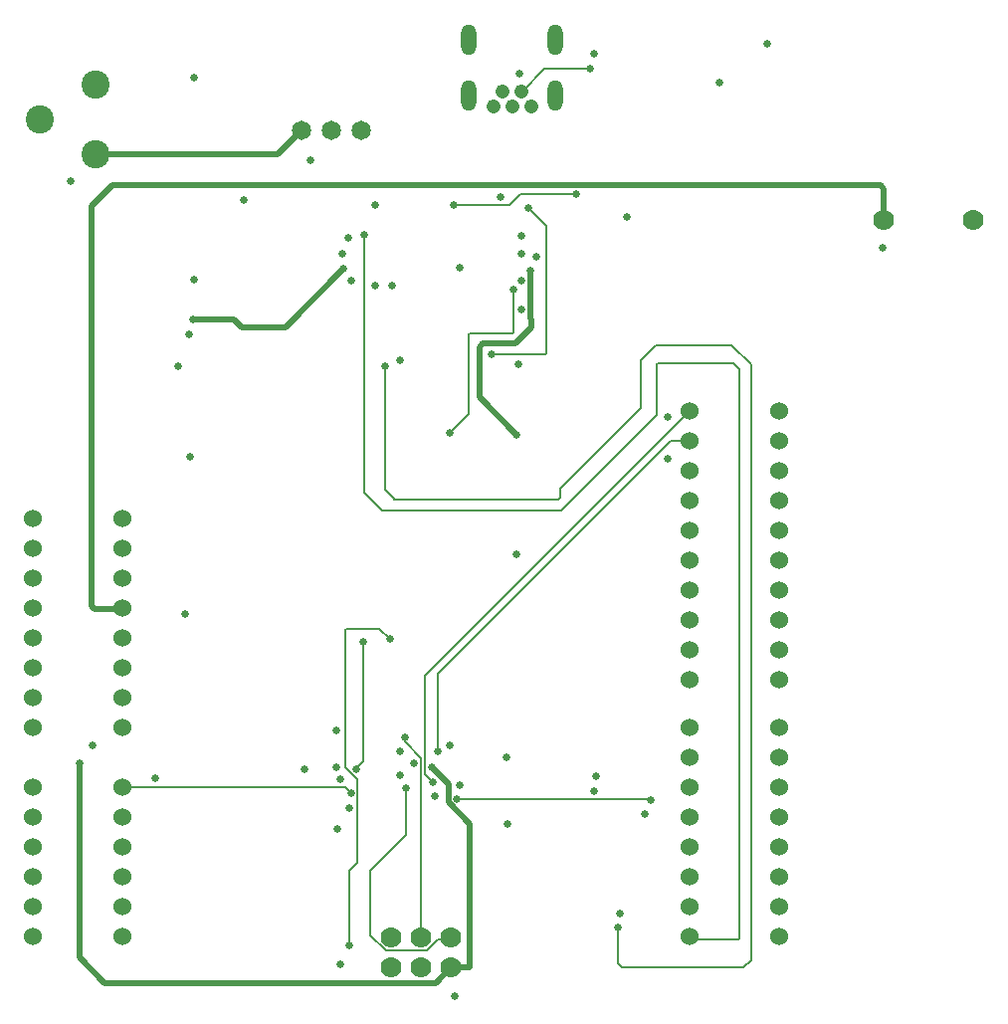
<source format=gbl>
G04*
G04 #@! TF.GenerationSoftware,Altium Limited,Altium Designer,20.1.14 (287)*
G04*
G04 Layer_Physical_Order=4*
G04 Layer_Color=16711680*
%FSLAX25Y25*%
%MOIN*%
G70*
G04*
G04 #@! TF.SameCoordinates,AE2E9B50-125B-4246-99C6-3B409F254E70*
G04*
G04*
G04 #@! TF.FilePolarity,Positive*
G04*
G01*
G75*
%ADD10C,0.00600*%
%ADD56C,0.02000*%
%ADD57C,0.06000*%
%ADD58C,0.07000*%
%ADD59C,0.06496*%
%ADD60C,0.09449*%
%ADD61C,0.04756*%
%ADD62O,0.05150X0.10299*%
%ADD63C,0.02500*%
D10*
X247352Y49500D02*
X288000D01*
X246000Y50852D02*
Y63000D01*
Y50852D02*
X247352Y49500D01*
X290500Y52000D02*
Y251500D01*
X288000Y49500D02*
X290500Y52000D01*
X286500Y59351D02*
Y250000D01*
X270500Y59000D02*
X286149D01*
X286500Y59351D01*
X284500Y252000D02*
X286500Y250000D01*
X258500Y258000D02*
X284000D01*
X290500Y251500D01*
X259351Y252000D02*
X284500D01*
X259000Y234500D02*
Y251648D01*
X259351Y252000D01*
X227000Y202500D02*
X259000Y234500D01*
X253500Y237000D02*
Y253000D01*
X258500Y258000D01*
X226500Y207000D02*
Y210000D01*
X253500Y237000D01*
X171000Y206351D02*
Y206500D01*
Y206351D02*
X225851D01*
X226500Y207000D01*
X168000Y209500D02*
X171000Y206500D01*
X168000Y209500D02*
Y251000D01*
X161000Y208502D02*
Y295000D01*
Y208502D02*
X167001Y202500D01*
X174500Y125216D02*
Y126500D01*
Y125216D02*
X180000Y119716D01*
X167001Y202500D02*
X227000D01*
X270000Y59500D02*
X270500Y59000D01*
X181350Y147350D02*
X270000Y236000D01*
X181350Y114150D02*
Y147350D01*
X263500Y226000D02*
X270000D01*
X185500Y122000D02*
Y148000D01*
X263500Y226000D01*
X175000Y94000D02*
Y109500D01*
X163000Y82000D02*
X175000Y94000D01*
X180000Y59500D02*
Y119716D01*
X181350Y114150D02*
X184000Y111500D01*
X154500Y116609D02*
Y162648D01*
Y116609D02*
X158650Y112459D01*
X154851Y163000D02*
X166000D01*
X154500Y162648D02*
X154851Y163000D01*
X196000Y261649D02*
X196352Y262000D01*
X189500Y228500D02*
X196000Y235000D01*
Y261649D01*
X196352Y262000D02*
X210500D01*
X168177Y55100D02*
X181823D01*
X185600Y58877D02*
X189377D01*
X190000Y59500D01*
X181823Y55100D02*
X185600Y58877D01*
X222000Y255351D02*
Y298000D01*
X216000Y304000D02*
X222000Y298000D01*
X221649Y255000D02*
X222000Y255351D01*
X192000Y106000D02*
X256500D01*
X257000Y105500D01*
X203500Y255000D02*
X221649D01*
X211000Y262197D02*
Y276500D01*
X210651Y261848D02*
X211000Y262197D01*
X210500Y262000D02*
X210651Y261848D01*
X213257Y308500D02*
X232000D01*
X209757Y305000D02*
X213257Y308500D01*
X191000Y305000D02*
X209757D01*
X213847Y343000D02*
X221347Y350500D01*
X236500D01*
X213500Y343000D02*
X213847D01*
X166000Y163000D02*
X169500Y159500D01*
X156000Y57000D02*
Y81877D01*
X158650Y84527D01*
X158150Y116150D02*
X160500Y118500D01*
X158650Y84527D02*
Y112459D01*
X158150Y116000D02*
Y116150D01*
X154500Y110000D02*
X156500Y108000D01*
X163000Y60277D02*
X168177Y55100D01*
X163000Y60277D02*
Y82000D01*
X160500Y118500D02*
Y158500D01*
X80000Y110000D02*
X154500D01*
D56*
X65500Y53000D02*
Y118000D01*
Y53000D02*
X74100Y44400D01*
X184900D01*
X103500Y266500D02*
X117318D01*
X119818Y264000D01*
X134500D02*
X154000Y283500D01*
X119818Y264000D02*
X134500D01*
X190000Y49500D02*
X196364D01*
X184900Y44400D02*
X190000Y49500D01*
X189150Y104820D02*
X196364Y97606D01*
X183500Y116500D02*
X189150Y110850D01*
X196364Y49500D02*
Y97606D01*
X189150Y104820D02*
Y110850D01*
X216500Y267000D02*
Y283000D01*
Y267000D02*
X217000Y266500D01*
X211500Y258500D02*
X217000Y264000D01*
Y266500D01*
X199500Y240500D02*
Y257328D01*
X200672Y258500D01*
X211500D01*
X199500Y240500D02*
X212000Y228000D01*
X335000Y300000D02*
Y310328D01*
X76500Y311500D02*
X333828D01*
X335000Y310328D01*
X69500Y304500D02*
X76500Y311500D01*
X70672Y169500D02*
X79500D01*
X69500Y170672D02*
X70672Y169500D01*
X69500Y170672D02*
Y304500D01*
X79500Y169500D02*
X80000Y170000D01*
X139500Y329500D02*
X140500D01*
X70900Y321830D02*
X131830D01*
X139500Y329500D01*
D57*
X50000Y110000D02*
D03*
Y100000D02*
D03*
Y90000D02*
D03*
Y80000D02*
D03*
Y70000D02*
D03*
Y60000D02*
D03*
X80000D02*
D03*
Y70000D02*
D03*
Y80000D02*
D03*
Y90000D02*
D03*
Y100000D02*
D03*
Y110000D02*
D03*
X270000Y60000D02*
D03*
Y70000D02*
D03*
Y80000D02*
D03*
Y90000D02*
D03*
Y100000D02*
D03*
Y110000D02*
D03*
Y120000D02*
D03*
Y130000D02*
D03*
X300000Y146000D02*
D03*
Y156000D02*
D03*
Y166000D02*
D03*
Y176000D02*
D03*
Y186000D02*
D03*
Y196000D02*
D03*
Y206000D02*
D03*
Y216000D02*
D03*
Y226000D02*
D03*
Y236000D02*
D03*
X50000Y200000D02*
D03*
Y190000D02*
D03*
Y180000D02*
D03*
Y170000D02*
D03*
Y160000D02*
D03*
Y150000D02*
D03*
Y140000D02*
D03*
Y130000D02*
D03*
X300000Y60000D02*
D03*
Y70000D02*
D03*
Y80000D02*
D03*
Y90000D02*
D03*
Y100000D02*
D03*
Y110000D02*
D03*
Y120000D02*
D03*
Y130000D02*
D03*
X80000D02*
D03*
Y140000D02*
D03*
Y150000D02*
D03*
Y160000D02*
D03*
Y170000D02*
D03*
Y180000D02*
D03*
Y190000D02*
D03*
Y200000D02*
D03*
X270000Y236000D02*
D03*
Y226000D02*
D03*
Y216000D02*
D03*
Y206000D02*
D03*
Y196000D02*
D03*
Y186000D02*
D03*
Y176000D02*
D03*
Y166000D02*
D03*
Y156000D02*
D03*
Y146000D02*
D03*
D58*
X170000Y49500D02*
D03*
Y59500D02*
D03*
X180000Y49500D02*
D03*
Y59500D02*
D03*
X190000Y49500D02*
D03*
Y59500D02*
D03*
X365000Y300000D02*
D03*
X335000D02*
D03*
D59*
X140000Y330000D02*
D03*
X150000D02*
D03*
X160000D02*
D03*
D60*
X52396Y333550D02*
D03*
X70900Y345330D02*
D03*
Y321830D02*
D03*
D61*
X216799Y338078D02*
D03*
X210500D02*
D03*
X204201D02*
D03*
X213650Y342802D02*
D03*
X207350D02*
D03*
D62*
X225067Y360322D02*
D03*
Y341621D02*
D03*
X195933D02*
D03*
Y360322D02*
D03*
D63*
X191232Y40011D02*
D03*
X101000Y168000D02*
D03*
X334500Y290500D02*
D03*
X213000Y349000D02*
D03*
X238000Y355500D02*
D03*
X143000Y320000D02*
D03*
X62500Y313000D02*
D03*
X102296Y261444D02*
D03*
X155500Y294000D02*
D03*
X153500Y288500D02*
D03*
X213500Y279500D02*
D03*
X218500Y287500D02*
D03*
X156500Y279500D02*
D03*
X173000Y253000D02*
D03*
X212500Y251500D02*
D03*
X262500Y220000D02*
D03*
Y234000D02*
D03*
X246500Y67500D02*
D03*
X255000Y101000D02*
D03*
X177500Y118000D02*
D03*
X184500Y107000D02*
D03*
X189500Y124000D02*
D03*
X173000Y114000D02*
D03*
Y122000D02*
D03*
X156000Y103000D02*
D03*
X151500Y116500D02*
D03*
X91000Y113000D02*
D03*
X70000Y124000D02*
D03*
X153000Y50500D02*
D03*
X65500Y118000D02*
D03*
X161000Y295000D02*
D03*
X213500Y288500D02*
D03*
X203500Y255000D02*
D03*
X170150Y277901D02*
D03*
X193000Y284000D02*
D03*
X154000Y283500D02*
D03*
X213500Y294500D02*
D03*
X211000Y276500D02*
D03*
X213500Y270000D02*
D03*
X168000Y251000D02*
D03*
X208500Y120000D02*
D03*
X193000Y110500D02*
D03*
X153000Y112500D02*
D03*
X151500Y129000D02*
D03*
X246000Y63000D02*
D03*
X164500Y278000D02*
D03*
X174500Y126500D02*
D03*
X103500Y266500D02*
D03*
X104000Y280000D02*
D03*
X183500Y116500D02*
D03*
X192000Y106000D02*
D03*
X152000Y96000D02*
D03*
X141000Y116000D02*
D03*
X209000Y97500D02*
D03*
X216500Y283000D02*
D03*
X212000Y228000D02*
D03*
X232000Y308500D02*
D03*
X189500Y228500D02*
D03*
X102500Y220500D02*
D03*
X216000Y304000D02*
D03*
X206500Y307500D02*
D03*
X98500Y251000D02*
D03*
X236500Y350500D02*
D03*
X191000Y305000D02*
D03*
X164500D02*
D03*
X249000Y301000D02*
D03*
X104000Y347500D02*
D03*
X120500Y306500D02*
D03*
X296000Y359000D02*
D03*
X280000Y346000D02*
D03*
X212000Y188000D02*
D03*
X169500Y159500D02*
D03*
X158150Y116000D02*
D03*
X156500Y108000D02*
D03*
X156000Y57000D02*
D03*
X175000Y109500D02*
D03*
X160500Y158500D02*
D03*
X185500Y122000D02*
D03*
X184000Y111500D02*
D03*
X238000Y108500D02*
D03*
X238500Y113500D02*
D03*
X257000Y105500D02*
D03*
M02*

</source>
